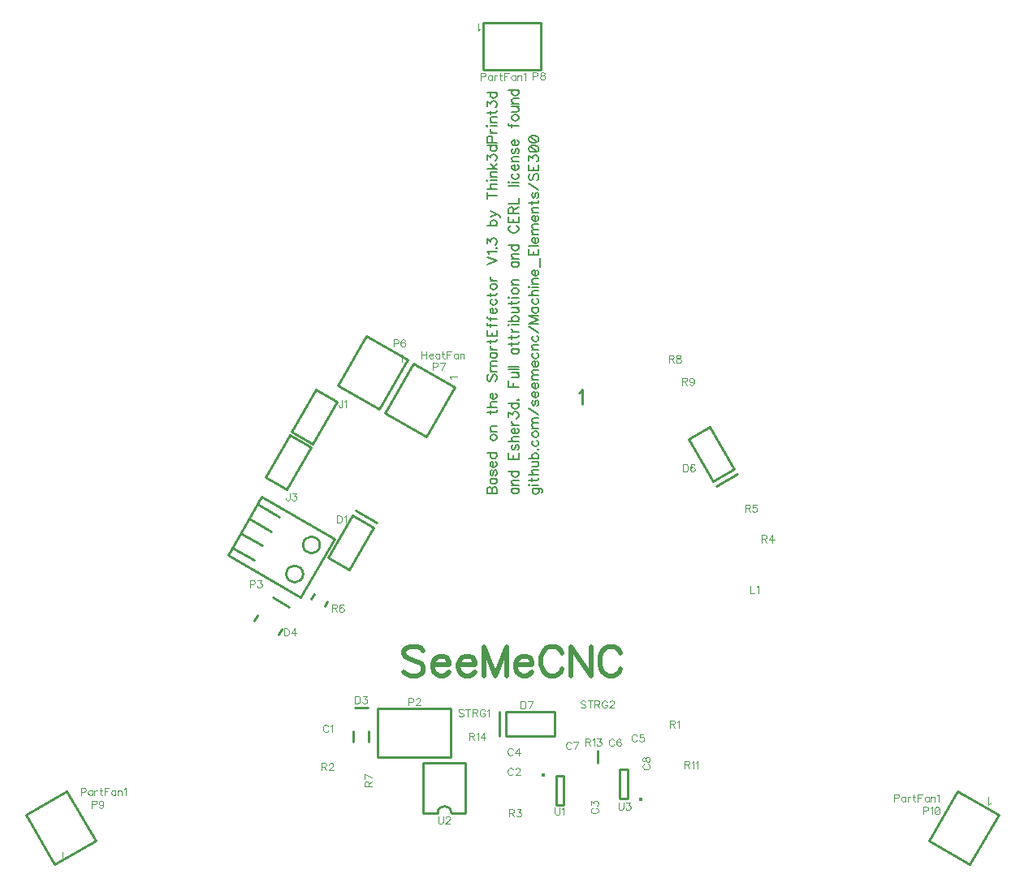
<source format=gbr>
G04 DipTrace 3.0.0.2*
G04 TopSilk.gbr*
%MOIN*%
G04 #@! TF.FileFunction,Legend,Top*
G04 #@! TF.Part,Single*
%ADD10C,0.01*%
%ADD32C,0.015395*%
%ADD89C,0.004632*%
%ADD91C,0.006176*%
%ADD93C,0.018527*%
%ADD94C,0.009264*%
%FSLAX26Y26*%
G04*
G70*
G90*
G75*
G01*
G04 TopSilk*
%LPD*%
X3356091Y1390001D2*
D10*
Y1441143D1*
X2437247Y2355317D2*
X2337258Y2182106D1*
X2250648Y2232106D1*
X2350657Y2405317D1*
X2437247Y2355317D1*
X2449751Y2376962D2*
X2363141Y2426962D1*
X2089318Y2029123D2*
X2021138Y2068486D1*
X2060128Y1939160D2*
X2046340Y1915272D1*
X1957831Y1998215D2*
X1944042Y1974327D1*
X3828934Y2548321D2*
X3728925Y2721532D1*
X3815535Y2771531D1*
X3915524Y2598321D1*
X3828934Y2548321D1*
X3841418Y2526676D2*
X3928028Y2576675D1*
X2977642Y1599516D2*
X3177644D1*
Y1499516D1*
X2977642D1*
Y1599516D1*
X2952644D2*
Y1499516D1*
X2097972Y2749713D2*
X2197985Y2922920D1*
X2284594Y2872934D1*
X2184581Y2699700D1*
X2097972Y2749713D1*
X1991634Y2562268D2*
X2091648Y2735499D1*
X2178257Y2685491D1*
X2078244Y2512260D1*
X1991634Y2562268D1*
X2645399Y1611823D2*
X2453699D1*
X2753699D2*
X2453699D1*
X2753699Y1411823D2*
X2453699D1*
X2753699Y1611823D2*
Y1411823D1*
X2453699Y1611823D2*
Y1411823D1*
X1838461Y2243906D2*
X1976364Y2482736D1*
X2275140Y2310215D1*
X2137237Y2071385D1*
X1838461Y2243906D1*
X2077499Y2165646D2*
G02X2077499Y2165646I34498J0D01*
G01*
X2146494Y2285143D2*
G02X2146494Y2285143I34498J0D01*
G01*
X1855710Y2273770D2*
X1945360Y2222022D1*
X1890208Y2333539D2*
X1979858Y2281791D1*
X1924705Y2393267D2*
X2014355Y2341519D1*
X1959203Y2453036D2*
X2048853Y2401288D1*
X2287662Y2940222D2*
X2405265Y3143919D1*
X2574989Y3045932D1*
X2457386Y2842236D1*
X2287662Y2940222D1*
X2481411Y2827722D2*
X2599022Y3031419D1*
X2768728Y2933432D1*
X2651149Y2729736D1*
X2481411Y2827722D1*
X3121744Y4235177D2*
X2886539D1*
Y4431158D1*
X3121744D1*
Y4235177D1*
X1177193Y1274058D2*
X1294796Y1070362D1*
X1125072Y972375D1*
X1007469Y1176072D1*
X1177193Y1274058D1*
X4714236Y1069825D2*
X4831838Y1273522D1*
X5001562Y1175535D1*
X4883959Y971838D1*
X4714236Y1069825D1*
X2192366Y2083774D2*
X2180587Y2063374D1*
X2246854Y2052321D2*
X2235075Y2031921D1*
D32*
X3130825Y1341237D3*
X3184890Y1335974D2*
D10*
Y1217866D1*
X3216381Y1335974D2*
Y1217866D1*
X3184890D2*
X3216381D1*
X3184890Y1335974D2*
X3216381D1*
D32*
X3532771Y1238759D3*
X3478706Y1244022D2*
D10*
Y1362130D1*
X3447215Y1244022D2*
Y1362130D1*
X3478706D2*
X3447215D1*
X3478706Y1244022D2*
X3447215D1*
X2412509Y1616596D2*
X2357391D1*
X2416443Y1521128D2*
Y1477824D1*
X2353457Y1521128D2*
Y1477824D1*
X2813378Y1184461D2*
Y1389182D1*
X2640181Y1184461D2*
Y1389182D1*
X2813378D2*
X2640181D1*
X2813378Y1184461D2*
X2754350D1*
X2699209D2*
X2640181D1*
X2754350D2*
G03X2699209Y1184461I-27571J-15D01*
G01*
X3008245Y1362028D2*
D89*
X3006819Y1364880D1*
X3003934Y1367765D1*
X3001082Y1369191D1*
X2995345D1*
X2992460Y1367765D1*
X2989608Y1364880D1*
X2988149Y1362028D1*
X2986723Y1357717D1*
Y1350521D1*
X2988149Y1346243D1*
X2989608Y1343358D1*
X2992460Y1340506D1*
X2995345Y1339047D1*
X3001082D1*
X3003934Y1340506D1*
X3006819Y1343358D1*
X3008245Y1346243D1*
X3018968Y1361995D2*
Y1363421D1*
X3020394Y1366306D1*
X3021820Y1367732D1*
X3024705Y1369158D1*
X3030442D1*
X3033294Y1367732D1*
X3034720Y1366306D1*
X3036179Y1363421D1*
Y1360569D1*
X3034720Y1357684D1*
X3031868Y1353406D1*
X3017509Y1339047D1*
X3037605D1*
X3334544Y1203946D2*
X3331692Y1202520D1*
X3328807Y1199635D1*
X3327381Y1196783D1*
Y1191046D1*
X3328807Y1188161D1*
X3331692Y1185309D1*
X3334544Y1183850D1*
X3338855Y1182424D1*
X3346051D1*
X3350329Y1183850D1*
X3353214Y1185309D1*
X3356066Y1188161D1*
X3357525Y1191046D1*
Y1196783D1*
X3356066Y1199635D1*
X3353214Y1202520D1*
X3350329Y1203946D1*
X3327414Y1216095D2*
Y1231847D1*
X3338888Y1223258D1*
Y1227569D1*
X3340314Y1230421D1*
X3341740Y1231846D1*
X3346051Y1233306D1*
X3348903D1*
X3353214Y1231846D1*
X3356099Y1228995D1*
X3357525Y1224684D1*
Y1220373D1*
X3356099Y1216095D1*
X3354640Y1214669D1*
X3351788Y1213210D1*
X3007532Y1443279D2*
X3006106Y1446131D1*
X3003221Y1449016D1*
X3000369Y1450442D1*
X2994632D1*
X2991747Y1449016D1*
X2988895Y1446131D1*
X2987436Y1443279D1*
X2986010Y1438968D1*
Y1431772D1*
X2987436Y1427494D1*
X2988895Y1424609D1*
X2991747Y1421757D1*
X2994632Y1420298D1*
X3000369D1*
X3003221Y1421757D1*
X3006106Y1424609D1*
X3007532Y1427494D1*
X3031155Y1420298D2*
Y1450409D1*
X3016796Y1430346D1*
X3038318D1*
X3517218Y1500392D2*
X3515792Y1503244D1*
X3512907Y1506129D1*
X3510055Y1507555D1*
X3504318D1*
X3501433Y1506129D1*
X3498581Y1503244D1*
X3497122Y1500392D1*
X3495696Y1496081D1*
Y1488885D1*
X3497122Y1484607D1*
X3498581Y1481722D1*
X3501433Y1478870D1*
X3504318Y1477411D1*
X3510055D1*
X3512907Y1478870D1*
X3515792Y1481722D1*
X3517218Y1484607D1*
X3543692Y1507521D2*
X3529366D1*
X3527940Y1494622D1*
X3529366Y1496047D1*
X3533677Y1497507D1*
X3537955D1*
X3542266Y1496047D1*
X3545151Y1493196D1*
X3546577Y1488885D1*
Y1486033D1*
X3545151Y1481722D1*
X3542266Y1478837D1*
X3537955Y1477411D1*
X3533677D1*
X3529366Y1478837D1*
X3527940Y1480296D1*
X3526481Y1483148D1*
X3423778Y1481871D2*
X3422352Y1484723D1*
X3419467Y1487608D1*
X3416615Y1489034D1*
X3410878D1*
X3407993Y1487608D1*
X3405141Y1484723D1*
X3403682Y1481871D1*
X3402256Y1477560D1*
Y1470364D1*
X3403682Y1466086D1*
X3405141Y1463201D1*
X3407993Y1460349D1*
X3410878Y1458890D1*
X3416615D1*
X3419467Y1460349D1*
X3422352Y1463201D1*
X3423778Y1466086D1*
X3450252Y1484723D2*
X3448826Y1487574D1*
X3444515Y1489000D1*
X3441664D1*
X3437353Y1487574D1*
X3434467Y1483263D1*
X3433042Y1476101D1*
Y1468938D1*
X3434467Y1463201D1*
X3437353Y1460316D1*
X3441664Y1458890D1*
X3443090D1*
X3447367Y1460316D1*
X3450252Y1463201D1*
X3451678Y1467512D1*
Y1468938D1*
X3450252Y1473249D1*
X3447367Y1476101D1*
X3443090Y1477526D1*
X3441664D1*
X3437353Y1476101D1*
X3434467Y1473249D1*
X3433042Y1468938D1*
X3247567Y1469322D2*
X3246141Y1472174D1*
X3243256Y1475059D1*
X3240404Y1476485D1*
X3234667D1*
X3231782Y1475059D1*
X3228930Y1472174D1*
X3227471Y1469322D1*
X3226045Y1465011D1*
Y1457815D1*
X3227471Y1453537D1*
X3228930Y1450652D1*
X3231782Y1447800D1*
X3234667Y1446341D1*
X3240404D1*
X3243256Y1447800D1*
X3246141Y1450652D1*
X3247567Y1453537D1*
X3262567Y1446341D2*
X3276926Y1476452D1*
X3256830D1*
X3547244Y1385135D2*
X3544392Y1383709D1*
X3541507Y1380824D1*
X3540081Y1377972D1*
Y1372235D1*
X3541507Y1369350D1*
X3544392Y1366498D1*
X3547244Y1365039D1*
X3551555Y1363613D1*
X3558751D1*
X3563029Y1365039D1*
X3565914Y1366498D1*
X3568766Y1369350D1*
X3570225Y1372235D1*
Y1377972D1*
X3568766Y1380824D1*
X3565914Y1383709D1*
X3563029Y1385135D1*
X3540114Y1401561D2*
X3541540Y1397283D1*
X3544392Y1395824D1*
X3547277D1*
X3550129Y1397283D1*
X3551588Y1400135D1*
X3553014Y1405872D1*
X3554440Y1410183D1*
X3557325Y1413035D1*
X3560177Y1414461D1*
X3564488D1*
X3567340Y1413035D1*
X3568799Y1411609D1*
X3570225Y1407298D1*
Y1401561D1*
X3568799Y1397283D1*
X3567340Y1395824D1*
X3564488Y1394398D1*
X3560177D1*
X3557325Y1395824D1*
X3554440Y1398709D1*
X3553014Y1402987D1*
X3551588Y1408724D1*
X3550129Y1411609D1*
X3547277Y1413035D1*
X3544392D1*
X3541540Y1411609D1*
X3540114Y1407298D1*
Y1401561D1*
X2285710Y2406200D2*
Y2376056D1*
X2295758D1*
X2300069Y2377515D1*
X2302954Y2380367D1*
X2304380Y2383252D1*
X2305806Y2387530D1*
Y2394726D1*
X2304380Y2399037D1*
X2302954Y2401889D1*
X2300069Y2404774D1*
X2295758Y2406200D1*
X2285710D1*
X2315070Y2400430D2*
X2317955Y2401889D1*
X2322266Y2406167D1*
Y2376056D1*
X2069067Y1942097D2*
Y1911953D1*
X2079115D1*
X2083426Y1913412D1*
X2086311Y1916264D1*
X2087737Y1919149D1*
X2089163Y1923427D1*
Y1930623D1*
X2087737Y1934934D1*
X2086311Y1937786D1*
X2083426Y1940671D1*
X2079115Y1942097D1*
X2069067D1*
X2112786Y1911953D2*
Y1942064D1*
X2098427Y1922001D1*
X2119949D1*
X3706709Y2616872D2*
Y2586728D1*
X3716757D1*
X3721068Y2588187D1*
X3723953Y2591039D1*
X3725379Y2593924D1*
X3726805Y2598202D1*
Y2605398D1*
X3725379Y2609709D1*
X3723953Y2612561D1*
X3721068Y2615446D1*
X3716757Y2616872D1*
X3706709D1*
X3753280Y2612561D2*
X3751854Y2615413D1*
X3747543Y2616839D1*
X3744691D1*
X3740380Y2615413D1*
X3737495Y2611102D1*
X3736069Y2603939D1*
Y2596776D1*
X3737495Y2591039D1*
X3740380Y2588154D1*
X3744691Y2586728D1*
X3746117D1*
X3750395Y2588154D1*
X3753280Y2591039D1*
X3754706Y2595350D1*
Y2596776D1*
X3753280Y2601087D1*
X3750395Y2603939D1*
X3746117Y2605365D1*
X3744691D1*
X3740380Y2603939D1*
X3737495Y2601087D1*
X3736069Y2596776D1*
X3040417Y1643450D2*
Y1613306D1*
X3050465D1*
X3054776Y1614765D1*
X3057661Y1617617D1*
X3059087Y1620502D1*
X3060513Y1624780D1*
Y1631976D1*
X3059087Y1636287D1*
X3057661Y1639139D1*
X3054776Y1642024D1*
X3050465Y1643450D1*
X3040417D1*
X3075513Y1613306D2*
X3089872Y1643416D1*
X3069776D1*
X2306959Y2880066D2*
Y2857118D1*
X2305533Y2852807D1*
X2304074Y2851381D1*
X2301222Y2849922D1*
X2298337D1*
X2295485Y2851381D1*
X2294059Y2852807D1*
X2292600Y2857118D1*
Y2859970D1*
X2316222Y2874296D2*
X2319107Y2875755D1*
X2323419Y2880033D1*
Y2849922D1*
X2090716Y2497620D2*
Y2474672D1*
X2089290Y2470361D1*
X2087831Y2468935D1*
X2084979Y2467476D1*
X2082094D1*
X2079242Y2468935D1*
X2077816Y2470361D1*
X2076357Y2474672D1*
Y2477524D1*
X2102865Y2497587D2*
X2118617D1*
X2110028Y2486113D1*
X2114339D1*
X2117191Y2484687D1*
X2118617Y2483261D1*
X2120076Y2478950D1*
Y2476098D1*
X2118617Y2471787D1*
X2115765Y2468902D1*
X2111454Y2467476D1*
X2107143D1*
X2102865Y2468902D1*
X2101439Y2470361D1*
X2099980Y2473213D1*
X2578972Y1639972D2*
X2591905D1*
X2596183Y1641398D1*
X2597642Y1642857D1*
X2599068Y1645709D1*
Y1650020D1*
X2597642Y1652872D1*
X2596183Y1654331D1*
X2591905Y1655757D1*
X2578972D1*
Y1625613D1*
X2609790Y1648561D2*
Y1649987D1*
X2611216Y1652872D1*
X2612642Y1654298D1*
X2615527Y1655724D1*
X2621264D1*
X2624116Y1654298D1*
X2625542Y1652872D1*
X2627001Y1649987D1*
Y1647135D1*
X2625542Y1644250D1*
X2622690Y1639972D1*
X2608331Y1625613D1*
X2628427D1*
X1928028Y2124290D2*
X1940961D1*
X1945239Y2125716D1*
X1946698Y2127175D1*
X1948124Y2130027D1*
Y2134338D1*
X1946698Y2137190D1*
X1945239Y2138649D1*
X1940961Y2140075D1*
X1928028D1*
Y2109931D1*
X1960273Y2140042D2*
X1976025D1*
X1967436Y2128568D1*
X1971747D1*
X1974599Y2127142D1*
X1976025Y2125716D1*
X1977484Y2121405D1*
Y2118553D1*
X1976025Y2114242D1*
X1973173Y2111357D1*
X1968862Y2109931D1*
X1964551D1*
X1960273Y2111357D1*
X1958847Y2112816D1*
X1957388Y2115668D1*
X2517894Y3112803D2*
X2530827D1*
X2535105Y3114229D1*
X2536564Y3115688D1*
X2537990Y3118540D1*
Y3122851D1*
X2536564Y3125703D1*
X2535105Y3127162D1*
X2530827Y3128588D1*
X2517894D1*
Y3098444D1*
X2564465Y3124277D2*
X2563039Y3127129D1*
X2558728Y3128555D1*
X2555876D1*
X2551565Y3127129D1*
X2548680Y3122818D1*
X2547254Y3115655D1*
Y3108492D1*
X2548680Y3102755D1*
X2551565Y3099870D1*
X2555876Y3098444D1*
X2557302D1*
X2561580Y3099870D1*
X2564465Y3102755D1*
X2565891Y3107066D1*
Y3108492D1*
X2564465Y3112803D1*
X2561580Y3115655D1*
X2557302Y3117081D1*
X2555876D1*
X2551565Y3115655D1*
X2548680Y3112803D1*
X2547254Y3108492D1*
X2678969Y3018266D2*
X2691902D1*
X2696180Y3019692D1*
X2697639Y3021151D1*
X2699065Y3024003D1*
Y3028314D1*
X2697639Y3031166D1*
X2696180Y3032625D1*
X2691902Y3034051D1*
X2678969D1*
Y3003907D1*
X2714066D2*
X2728425Y3034018D1*
X2708329D1*
X2633820Y3081133D2*
Y3050989D1*
X2653916Y3081133D2*
Y3050989D1*
X2633820Y3066774D2*
X2653916D1*
X2663180Y3062462D2*
X2680391D1*
Y3065348D1*
X2678965Y3068233D1*
X2677539Y3069659D1*
X2674654Y3071085D1*
X2670343D1*
X2667491Y3069659D1*
X2664606Y3066774D1*
X2663180Y3062462D1*
Y3059611D1*
X2664606Y3055300D1*
X2667491Y3052448D1*
X2670343Y3050989D1*
X2674654D1*
X2677539Y3052448D1*
X2680391Y3055300D1*
X2706865Y3071085D2*
Y3050989D1*
Y3066774D2*
X2704013Y3069659D1*
X2701128Y3071085D1*
X2696850D1*
X2693965Y3069659D1*
X2691113Y3066774D1*
X2689654Y3062462D1*
Y3059611D1*
X2691113Y3055300D1*
X2693965Y3052448D1*
X2696850Y3050989D1*
X2701128D1*
X2704013Y3052448D1*
X2706865Y3055300D1*
X2720440Y3081133D2*
Y3056726D1*
X2721866Y3052448D1*
X2724751Y3050989D1*
X2727603D1*
X2716129Y3071085D2*
X2726177D1*
X2755536Y3081133D2*
X2736866D1*
Y3050989D1*
Y3066774D2*
X2748340D1*
X2782011Y3071085D2*
Y3050989D1*
Y3066774D2*
X2779159Y3069659D1*
X2776274Y3071085D1*
X2771996D1*
X2769111Y3069659D1*
X2766259Y3066774D1*
X2764800Y3062462D1*
Y3059611D1*
X2766259Y3055300D1*
X2769111Y3052448D1*
X2771996Y3050989D1*
X2776274D1*
X2779159Y3052448D1*
X2782011Y3055300D1*
X2791274Y3071085D2*
Y3050989D1*
Y3065348D2*
X2795585Y3069659D1*
X2798470Y3071085D1*
X2802748D1*
X2805633Y3069659D1*
X2807059Y3065348D1*
Y3050989D1*
X3090007Y4210545D2*
X3102940D1*
X3107218Y4211971D1*
X3108677Y4213430D1*
X3110103Y4216282D1*
Y4220593D1*
X3108677Y4223445D1*
X3107218Y4224904D1*
X3102940Y4226330D1*
X3090007D1*
Y4196186D1*
X3126529Y4226297D2*
X3122251Y4224871D1*
X3120792Y4222019D1*
Y4219134D1*
X3122251Y4216282D1*
X3125103Y4214823D1*
X3130840Y4213397D1*
X3135151Y4211971D1*
X3138003Y4209086D1*
X3139429Y4206234D1*
Y4201923D1*
X3138003Y4199071D1*
X3136577Y4197612D1*
X3132266Y4196186D1*
X3126529D1*
X3122251Y4197612D1*
X3120792Y4199071D1*
X3119366Y4201923D1*
Y4206234D1*
X3120792Y4209086D1*
X3123677Y4211971D1*
X3127955Y4213397D1*
X3133692Y4214823D1*
X3136577Y4216282D1*
X3138003Y4219134D1*
Y4222019D1*
X3136577Y4224871D1*
X3132266Y4226297D1*
X3126529D1*
X2874971Y4209217D2*
X2887904D1*
X2892182Y4210643D1*
X2893641Y4212102D1*
X2895067Y4214954D1*
Y4219265D1*
X2893641Y4222117D1*
X2892182Y4223576D1*
X2887904Y4225002D1*
X2874971D1*
Y4194858D1*
X2921542Y4214954D2*
Y4194858D1*
Y4210643D2*
X2918690Y4213528D1*
X2915805Y4214954D1*
X2911527D1*
X2908642Y4213528D1*
X2905790Y4210643D1*
X2904331Y4206332D1*
Y4203480D1*
X2905790Y4199169D1*
X2908642Y4196317D1*
X2911527Y4194858D1*
X2915805D1*
X2918690Y4196317D1*
X2921542Y4199169D1*
X2930805Y4214954D2*
Y4194858D1*
Y4206332D2*
X2932264Y4210643D1*
X2935116Y4213528D1*
X2938001Y4214954D1*
X2942312D1*
X2955887Y4225002D2*
Y4200595D1*
X2957313Y4196317D1*
X2960198Y4194858D1*
X2963050D1*
X2951576Y4214954D2*
X2961624D1*
X2990983Y4225002D2*
X2972313D1*
Y4194858D1*
Y4210643D2*
X2983787D1*
X3017458Y4214954D2*
Y4194858D1*
Y4210643D2*
X3014606Y4213528D1*
X3011721Y4214954D1*
X3007443D1*
X3004558Y4213528D1*
X3001706Y4210643D1*
X3000247Y4206332D1*
Y4203480D1*
X3001706Y4199169D1*
X3004558Y4196317D1*
X3007443Y4194858D1*
X3011721D1*
X3014606Y4196317D1*
X3017458Y4199169D1*
X3026721Y4214954D2*
Y4194858D1*
Y4209217D2*
X3031032Y4213528D1*
X3033917Y4214954D1*
X3038195D1*
X3041080Y4213528D1*
X3042506Y4209217D1*
Y4194858D1*
X3051770Y4219232D2*
X3054655Y4220691D1*
X3058966Y4224969D1*
Y4194858D1*
X1279118Y1219207D2*
X1292051D1*
X1296329Y1220633D1*
X1297788Y1222092D1*
X1299214Y1224944D1*
Y1229255D1*
X1297788Y1232107D1*
X1296329Y1233566D1*
X1292051Y1234992D1*
X1279118D1*
Y1204848D1*
X1327147Y1224944D2*
X1325688Y1220633D1*
X1322836Y1217748D1*
X1318525Y1216322D1*
X1317099D1*
X1312788Y1217748D1*
X1309936Y1220633D1*
X1308477Y1224944D1*
Y1226370D1*
X1309936Y1230681D1*
X1312788Y1233533D1*
X1317099Y1234959D1*
X1318525D1*
X1322836Y1233533D1*
X1325688Y1230681D1*
X1327147Y1224944D1*
Y1217748D1*
X1325688Y1210585D1*
X1322836Y1206274D1*
X1318525Y1204848D1*
X1315673D1*
X1311362Y1206274D1*
X1309936Y1209159D1*
X1234135Y1271414D2*
X1247068D1*
X1251346Y1272840D1*
X1252805Y1274300D1*
X1254231Y1277151D1*
Y1281462D1*
X1252805Y1284314D1*
X1251346Y1285774D1*
X1247068Y1287199D1*
X1234135D1*
Y1257055D1*
X1280706Y1277151D2*
Y1257055D1*
Y1272840D2*
X1277854Y1275726D1*
X1274969Y1277151D1*
X1270691D1*
X1267806Y1275726D1*
X1264954Y1272840D1*
X1263495Y1268529D1*
Y1265678D1*
X1264954Y1261366D1*
X1267806Y1258515D1*
X1270691Y1257055D1*
X1274969D1*
X1277854Y1258515D1*
X1280706Y1261366D1*
X1289969Y1277151D2*
Y1257055D1*
Y1268529D2*
X1291428Y1272840D1*
X1294280Y1275726D1*
X1297165Y1277151D1*
X1301476D1*
X1315051Y1287199D2*
Y1262792D1*
X1316477Y1258515D1*
X1319362Y1257055D1*
X1322214D1*
X1310740Y1277151D2*
X1320788D1*
X1350147Y1287199D2*
X1331477D1*
Y1257055D1*
Y1272840D2*
X1342951D1*
X1376622Y1277151D2*
Y1257055D1*
Y1272840D2*
X1373770Y1275726D1*
X1370885Y1277151D1*
X1366607D1*
X1363722Y1275726D1*
X1360870Y1272840D1*
X1359411Y1268529D1*
Y1265678D1*
X1360870Y1261366D1*
X1363722Y1258515D1*
X1366607Y1257055D1*
X1370885D1*
X1373770Y1258515D1*
X1376622Y1261366D1*
X1385885Y1277151D2*
Y1257055D1*
Y1271414D2*
X1390196Y1275726D1*
X1393081Y1277151D1*
X1397359D1*
X1400244Y1275726D1*
X1401670Y1271414D1*
Y1257055D1*
X1410934Y1281429D2*
X1413819Y1282888D1*
X1418130Y1287166D1*
Y1257055D1*
X4692941Y1193671D2*
X4705874D1*
X4710152Y1195096D1*
X4711611Y1196556D1*
X4713037Y1199407D1*
Y1203719D1*
X4711611Y1206570D1*
X4710152Y1208030D1*
X4705874Y1209455D1*
X4692941D1*
Y1179311D1*
X4722301Y1203685D2*
X4725186Y1205144D1*
X4729497Y1209422D1*
Y1179311D1*
X4747383Y1209422D2*
X4743072Y1207996D1*
X4740186Y1203685D1*
X4738761Y1196522D1*
Y1192211D1*
X4740186Y1185048D1*
X4743072Y1180737D1*
X4747383Y1179311D1*
X4750234D1*
X4754546Y1180737D1*
X4757397Y1185048D1*
X4758857Y1192211D1*
Y1196522D1*
X4757397Y1203685D1*
X4754546Y1207996D1*
X4750234Y1209422D1*
X4747383D1*
X4757397Y1203685D2*
X4740186Y1185048D1*
X4572151Y1245878D2*
X4585084D1*
X4589362Y1247304D1*
X4590821Y1248763D1*
X4592247Y1251615D1*
Y1255926D1*
X4590821Y1258778D1*
X4589362Y1260237D1*
X4585084Y1261663D1*
X4572151D1*
Y1231519D1*
X4618721Y1251615D2*
Y1231519D1*
Y1247304D2*
X4615869Y1250189D1*
X4612984Y1251615D1*
X4608706D1*
X4605821Y1250189D1*
X4602970Y1247304D1*
X4601510Y1242993D1*
Y1240141D1*
X4602970Y1235830D1*
X4605821Y1232978D1*
X4608706Y1231519D1*
X4612984D1*
X4615869Y1232978D1*
X4618721Y1235830D1*
X4627985Y1251615D2*
Y1231519D1*
Y1242993D2*
X4629444Y1247304D1*
X4632296Y1250189D1*
X4635181Y1251615D1*
X4639492D1*
X4653067Y1261663D2*
Y1237256D1*
X4654493Y1232978D1*
X4657378Y1231519D1*
X4660229D1*
X4648756Y1251615D2*
X4658804D1*
X4688163Y1261663D2*
X4669493D1*
Y1231519D1*
Y1247304D2*
X4680967D1*
X4714638Y1251615D2*
Y1231519D1*
Y1247304D2*
X4711786Y1250189D1*
X4708901Y1251615D1*
X4704623D1*
X4701738Y1250189D1*
X4698886Y1247304D1*
X4697427Y1242993D1*
Y1240141D1*
X4698886Y1235830D1*
X4701738Y1232978D1*
X4704623Y1231519D1*
X4708901D1*
X4711786Y1232978D1*
X4714638Y1235830D1*
X4723901Y1251615D2*
Y1231519D1*
Y1245878D2*
X4728212Y1250189D1*
X4731097Y1251615D1*
X4735375D1*
X4738260Y1250189D1*
X4739686Y1245878D1*
Y1231519D1*
X4748950Y1255893D2*
X4751835Y1257352D1*
X4756146Y1261630D1*
Y1231519D1*
X3652779Y1549421D2*
X3665679D1*
X3669990Y1550880D1*
X3671449Y1552306D1*
X3672875Y1555158D1*
Y1558043D1*
X3671449Y1560895D1*
X3669990Y1562354D1*
X3665679Y1563780D1*
X3652779D1*
Y1533636D1*
X3662827Y1549421D2*
X3672875Y1533636D1*
X3682138Y1558010D2*
X3685023Y1559469D1*
X3689334Y1563747D1*
Y1533636D1*
X2992439Y1184794D2*
X3005339D1*
X3009650Y1186253D1*
X3011109Y1187679D1*
X3012535Y1190531D1*
Y1193416D1*
X3011109Y1196268D1*
X3009650Y1197727D1*
X3005339Y1199153D1*
X2992439D1*
Y1169009D1*
X3002487Y1184794D2*
X3012535Y1169009D1*
X3024684Y1199120D2*
X3040435D1*
X3031846Y1187646D1*
X3036157D1*
X3039009Y1186220D1*
X3040435Y1184794D1*
X3041894Y1180483D1*
Y1177631D1*
X3040435Y1173320D1*
X3037583Y1170435D1*
X3033272Y1169009D1*
X3028961D1*
X3024684Y1170435D1*
X3023258Y1171894D1*
X3021798Y1174746D1*
X2266301Y2025670D2*
X2279201D1*
X2283512Y2027129D1*
X2284971Y2028555D1*
X2286397Y2031407D1*
Y2034292D1*
X2284971Y2037144D1*
X2283512Y2038603D1*
X2279201Y2040029D1*
X2266301D1*
Y2009885D1*
X2276349Y2025670D2*
X2286397Y2009885D1*
X2312871Y2035718D2*
X2311446Y2038570D1*
X2307134Y2039996D1*
X2304283D1*
X2299972Y2038570D1*
X2297086Y2034259D1*
X2295661Y2027096D1*
Y2019933D1*
X2297086Y2014196D1*
X2299972Y2011311D1*
X2304283Y2009885D1*
X2305709D1*
X2309986Y2011311D1*
X2312871Y2014196D1*
X2314297Y2018507D1*
Y2019933D1*
X2312871Y2024244D1*
X2309986Y2027096D1*
X2305709Y2028522D1*
X2304283D1*
X2299972Y2027096D1*
X2297086Y2024244D1*
X2295661Y2019933D1*
X2414192Y1293792D2*
Y1306692D1*
X2412733Y1311003D1*
X2411307Y1312462D1*
X2408455Y1313888D1*
X2405570D1*
X2402718Y1312462D1*
X2401259Y1311003D1*
X2399833Y1306692D1*
Y1293792D1*
X2429977D1*
X2414192Y1303840D2*
X2429977Y1313888D1*
Y1328888D2*
X2399866Y1343248D1*
Y1323152D1*
X3648039Y3049415D2*
X3660939D1*
X3665250Y3050874D1*
X3666710Y3052300D1*
X3668135Y3055152D1*
Y3058037D1*
X3666710Y3060889D1*
X3665250Y3062348D1*
X3660939Y3063774D1*
X3648039D1*
Y3033630D1*
X3658087Y3049415D2*
X3668135Y3033630D1*
X3684562Y3063741D2*
X3680284Y3062315D1*
X3678825Y3059463D1*
Y3056578D1*
X3680284Y3053726D1*
X3683136Y3052267D1*
X3688873Y3050841D1*
X3693184Y3049415D1*
X3696036Y3046530D1*
X3697462Y3043678D1*
Y3039367D1*
X3696036Y3036515D1*
X3694610Y3035056D1*
X3690299Y3033630D1*
X3684562D1*
X3680284Y3035056D1*
X3678825Y3036515D1*
X3677399Y3039367D1*
Y3043678D1*
X3678825Y3046530D1*
X3681710Y3049415D1*
X3685988Y3050841D1*
X3691725Y3052267D1*
X3694610Y3053726D1*
X3696036Y3056578D1*
Y3059463D1*
X3694610Y3062315D1*
X3690299Y3063741D1*
X3684562D1*
X3702935Y2957300D2*
X3715835D1*
X3720146Y2958759D1*
X3721605Y2960185D1*
X3723031Y2963037D1*
Y2965922D1*
X3721605Y2968774D1*
X3720146Y2970233D1*
X3715835Y2971659D1*
X3702935D1*
Y2941515D1*
X3712983Y2957300D2*
X3723031Y2941515D1*
X3750965Y2961611D2*
X3749506Y2957300D1*
X3746654Y2954415D1*
X3742343Y2952989D1*
X3740917D1*
X3736606Y2954415D1*
X3733754Y2957300D1*
X3732295Y2961611D1*
Y2963037D1*
X3733754Y2967348D1*
X3736606Y2970200D1*
X3740917Y2971626D1*
X3742343D1*
X3746654Y2970200D1*
X3749506Y2967348D1*
X3750965Y2961611D1*
Y2954415D1*
X3749506Y2947252D1*
X3746654Y2942941D1*
X3742343Y2941515D1*
X3739491D1*
X3735180Y2942941D1*
X3733754Y2945826D1*
X3712477Y1382499D2*
X3725377D1*
X3729688Y1383958D1*
X3731147Y1385384D1*
X3732573Y1388236D1*
Y1391121D1*
X3731147Y1393973D1*
X3729688Y1395432D1*
X3725377Y1396858D1*
X3712477D1*
Y1366714D1*
X3722525Y1382499D2*
X3732573Y1366714D1*
X3741836Y1391088D2*
X3744721Y1392547D1*
X3749032Y1396825D1*
Y1366714D1*
X3758296Y1391088D2*
X3761181Y1392547D1*
X3765492Y1396825D1*
Y1366714D1*
X3305087Y1475419D2*
X3317987D1*
X3322298Y1476878D1*
X3323757Y1478304D1*
X3325183Y1481156D1*
Y1484041D1*
X3323757Y1486893D1*
X3322298Y1488352D1*
X3317987Y1489778D1*
X3305087D1*
Y1459634D1*
X3315135Y1475419D2*
X3325183Y1459634D1*
X3334447Y1484008D2*
X3337332Y1485467D1*
X3341643Y1489745D1*
Y1459634D1*
X3353791Y1489745D2*
X3369543D1*
X3360954Y1478271D1*
X3365265D1*
X3368117Y1476845D1*
X3369543Y1475419D1*
X3371002Y1471108D1*
Y1468256D1*
X3369543Y1463945D1*
X3366691Y1461060D1*
X3362380Y1459634D1*
X3358069D1*
X3353791Y1461060D1*
X3352365Y1462519D1*
X3350906Y1465371D1*
X2828493Y1498581D2*
X2841393D1*
X2845704Y1500040D1*
X2847164Y1501466D1*
X2848589Y1504318D1*
Y1507203D1*
X2847164Y1510055D1*
X2845704Y1511514D1*
X2841393Y1512940D1*
X2828493D1*
Y1482796D1*
X2838541Y1498581D2*
X2848589Y1482796D1*
X2857853Y1507170D2*
X2860738Y1508629D1*
X2865049Y1512907D1*
Y1482796D1*
X2888672D2*
Y1512907D1*
X2874313Y1492844D1*
X2895835D1*
X2804313Y1606356D2*
X2801461Y1609241D1*
X2797150Y1610667D1*
X2791413D1*
X2787102Y1609241D1*
X2784217Y1606356D1*
Y1603505D1*
X2785676Y1600619D1*
X2787102Y1599193D1*
X2789954Y1597768D1*
X2798576Y1594882D1*
X2801461Y1593457D1*
X2802887Y1591997D1*
X2804313Y1589145D1*
Y1584834D1*
X2801461Y1581983D1*
X2797150Y1580523D1*
X2791413D1*
X2787102Y1581983D1*
X2784217Y1584834D1*
X2823624Y1610667D2*
Y1580523D1*
X2813576Y1610667D2*
X2833672D1*
X2842936Y1596308D2*
X2855836D1*
X2860147Y1597768D1*
X2861606Y1599193D1*
X2863032Y1602045D1*
Y1604930D1*
X2861606Y1607782D1*
X2860147Y1609241D1*
X2855836Y1610667D1*
X2842936D1*
Y1580523D1*
X2852984Y1596308D2*
X2863032Y1580523D1*
X2893817Y1603505D2*
X2892391Y1606356D1*
X2889506Y1609241D1*
X2886654Y1610667D1*
X2880917D1*
X2878032Y1609241D1*
X2875180Y1606356D1*
X2873721Y1603505D1*
X2872295Y1599193D1*
Y1591997D1*
X2873721Y1587720D1*
X2875180Y1584834D1*
X2878032Y1581983D1*
X2880917Y1580523D1*
X2886654D1*
X2889506Y1581983D1*
X2892391Y1584834D1*
X2893817Y1587720D1*
Y1591997D1*
X2886654D1*
X2903081Y1604897D2*
X2905966Y1606356D1*
X2910277Y1610634D1*
Y1580523D1*
X3304851Y1641380D2*
X3301999Y1644265D1*
X3297688Y1645691D1*
X3291951D1*
X3287640Y1644265D1*
X3284755Y1641380D1*
Y1638528D1*
X3286214Y1635643D1*
X3287640Y1634217D1*
X3290492Y1632791D1*
X3299114Y1629906D1*
X3301999Y1628480D1*
X3303425Y1627021D1*
X3304851Y1624169D1*
Y1619858D1*
X3301999Y1617006D1*
X3297688Y1615547D1*
X3291951D1*
X3287640Y1617006D1*
X3284755Y1619858D1*
X3324162Y1645691D2*
Y1615547D1*
X3314114Y1645691D2*
X3334210D1*
X3343474Y1631332D2*
X3356374D1*
X3360685Y1632791D1*
X3362144Y1634217D1*
X3363570Y1637069D1*
Y1639954D1*
X3362144Y1642806D1*
X3360685Y1644265D1*
X3356374Y1645691D1*
X3343474D1*
Y1615547D1*
X3353522Y1631332D2*
X3363570Y1615547D1*
X3394355Y1638528D2*
X3392929Y1641380D1*
X3390044Y1644265D1*
X3387193Y1645691D1*
X3381456D1*
X3378570Y1644265D1*
X3375719Y1641380D1*
X3374259Y1638528D1*
X3372833Y1634217D1*
Y1627021D1*
X3374259Y1622743D1*
X3375719Y1619858D1*
X3378570Y1617006D1*
X3381456Y1615547D1*
X3387193D1*
X3390044Y1617006D1*
X3392929Y1619858D1*
X3394355Y1622743D1*
Y1627021D1*
X3387193D1*
X3405078Y1638495D2*
Y1639921D1*
X3406504Y1642806D1*
X3407930Y1644232D1*
X3410815Y1645658D1*
X3416552D1*
X3419404Y1644232D1*
X3420830Y1642806D1*
X3422289Y1639921D1*
Y1637069D1*
X3420830Y1634184D1*
X3417978Y1629906D1*
X3403619Y1615547D1*
X3423715D1*
X3180086Y1205296D2*
Y1183774D1*
X3181512Y1179463D1*
X3184397Y1176611D1*
X3188708Y1175152D1*
X3191560D1*
X3195871Y1176611D1*
X3198756Y1179463D1*
X3200182Y1183774D1*
Y1205296D1*
X3209445Y1199526D2*
X3212330Y1200985D1*
X3216641Y1205263D1*
Y1175152D1*
X3441406Y1226604D2*
Y1205082D1*
X3442832Y1200771D1*
X3445717Y1197920D1*
X3450028Y1196460D1*
X3452880D1*
X3457191Y1197920D1*
X3460076Y1200771D1*
X3461502Y1205082D1*
Y1226604D1*
X3473651Y1226571D2*
X3489403D1*
X3480814Y1215097D1*
X3485125D1*
X3487977Y1213671D1*
X3489403Y1212245D1*
X3490862Y1207934D1*
Y1205082D1*
X3489403Y1200771D1*
X3486551Y1197886D1*
X3482240Y1196460D1*
X3477929D1*
X3473651Y1197886D1*
X3472225Y1199346D1*
X3470766Y1202197D1*
X2249948Y1539211D2*
X2248523Y1542062D1*
X2245637Y1544948D1*
X2242786Y1546373D1*
X2237049D1*
X2234164Y1544948D1*
X2231312Y1542062D1*
X2229852Y1539211D1*
X2228427Y1534900D1*
Y1527703D1*
X2229852Y1523426D1*
X2231312Y1520540D1*
X2234164Y1517689D1*
X2237049Y1516229D1*
X2242786D1*
X2245637Y1517689D1*
X2248523Y1520540D1*
X2249948Y1523426D1*
X2259212Y1540603D2*
X2262097Y1542062D1*
X2266408Y1546340D1*
Y1516229D1*
X2360222Y1663803D2*
Y1633659D1*
X2370270D1*
X2374581Y1635118D1*
X2377466Y1637970D1*
X2378892Y1640855D1*
X2380318Y1645133D1*
Y1652329D1*
X2378892Y1656640D1*
X2377466Y1659492D1*
X2374581Y1662377D1*
X2370270Y1663803D1*
X2360222D1*
X2392467Y1663769D2*
X2408219D1*
X2399630Y1652295D1*
X2403941D1*
X2406793Y1650870D1*
X2408219Y1649444D1*
X2409678Y1645133D1*
Y1642281D1*
X2408219Y1637970D1*
X2405367Y1635085D1*
X2401056Y1633659D1*
X2396745D1*
X2392467Y1635085D1*
X2391041Y1636544D1*
X2389582Y1639396D1*
X2221819Y1374241D2*
X2234719D1*
X2239030Y1375701D1*
X2240490Y1377127D1*
X2241915Y1379978D1*
Y1382864D1*
X2240490Y1385715D1*
X2239030Y1387175D1*
X2234719Y1388601D1*
X2221819D1*
Y1358457D1*
X2231867Y1374241D2*
X2241915Y1358457D1*
X2252638Y1381404D2*
Y1382830D1*
X2254064Y1385715D1*
X2255490Y1387141D1*
X2258375Y1388567D1*
X2264112D1*
X2266964Y1387141D1*
X2268390Y1385715D1*
X2269849Y1382830D1*
Y1379978D1*
X2268390Y1377093D1*
X2265538Y1372816D1*
X2251179Y1358457D1*
X2271275D1*
X2700961Y1170305D2*
Y1148783D1*
X2702387Y1144472D1*
X2705272Y1141620D1*
X2709583Y1140161D1*
X2712435D1*
X2716746Y1141620D1*
X2719631Y1144472D1*
X2721057Y1148783D1*
Y1170305D1*
X2731780Y1163109D2*
Y1164535D1*
X2733206Y1167420D1*
X2734632Y1168846D1*
X2737517Y1170272D1*
X2743254D1*
X2746106Y1168846D1*
X2747532Y1167420D1*
X2748991Y1164535D1*
Y1161683D1*
X2747532Y1158798D1*
X2744680Y1154520D1*
X2730321Y1140161D1*
X2750417D1*
X3981035Y2117549D2*
Y2087405D1*
X3998246D1*
X4007509Y2111779D2*
X4010394Y2113238D1*
X4014705Y2117516D1*
Y2087405D1*
X4030091Y2310821D2*
X4042991D1*
X4047302Y2312280D1*
X4048761Y2313706D1*
X4050187Y2316558D1*
Y2319443D1*
X4048761Y2322295D1*
X4047302Y2323754D1*
X4042991Y2325180D1*
X4030091D1*
Y2295036D1*
X4040139Y2310821D2*
X4050187Y2295036D1*
X4073809D2*
Y2325147D1*
X4059450Y2305084D1*
X4080972D1*
X3960804Y2436116D2*
X3973704D1*
X3978015Y2437575D1*
X3979474Y2439001D1*
X3980900Y2441853D1*
Y2444738D1*
X3979474Y2447590D1*
X3978015Y2449049D1*
X3973704Y2450475D1*
X3960804D1*
Y2420331D1*
X3970852Y2436116D2*
X3980900Y2420331D1*
X4007374Y2450442D2*
X3993048D1*
X3991622Y2437542D1*
X3993048Y2438968D1*
X3997359Y2440427D1*
X4001637D1*
X4005948Y2438968D1*
X4008833Y2436116D1*
X4010259Y2431805D1*
Y2428953D1*
X4008833Y2424642D1*
X4005948Y2421757D1*
X4001637Y2420331D1*
X3997359D1*
X3993048Y2421757D1*
X3991622Y2423216D1*
X3990163Y2426068D1*
X2901972Y2496273D2*
D91*
X2942164D1*
X2942165Y2513517D1*
X2940219Y2519265D1*
X2938318Y2521166D1*
X2934515Y2523068D1*
X2928767D1*
X2924920Y2521166D1*
X2923019Y2519265D1*
X2921118Y2513517D1*
X2919172Y2519265D1*
X2917271Y2521166D1*
X2913469Y2523068D1*
X2909622D1*
X2905819Y2521166D1*
X2903874Y2519265D1*
X2901973Y2513517D1*
X2901972Y2496273D1*
X2921118D2*
Y2513517D1*
X2915370Y2558367D2*
X2942165D1*
X2921118D2*
X2917271Y2554564D1*
X2915370Y2550718D1*
Y2545014D1*
X2917271Y2541167D1*
X2921118Y2537365D1*
X2926866Y2535419D1*
X2930668D1*
X2936416Y2537364D1*
X2940219Y2541167D1*
X2942165Y2545014D1*
Y2550718D1*
X2940219Y2554564D1*
X2936416Y2558367D1*
X2921118Y2591765D2*
X2917271Y2589864D1*
X2915370Y2584116D1*
Y2578368D1*
X2917271Y2572620D1*
X2921118Y2570718D1*
X2924920Y2572620D1*
X2926866Y2576466D1*
X2928767Y2586017D1*
X2930668Y2589864D1*
X2934515Y2591765D1*
X2936416D1*
X2940219Y2589864D1*
X2942164Y2584116D1*
Y2578368D1*
X2940219Y2572620D1*
X2936416Y2570718D1*
X2926866Y2604116D2*
Y2627064D1*
X2923019D1*
X2919172Y2625163D1*
X2917271Y2623262D1*
X2915370Y2619415D1*
Y2613667D1*
X2917271Y2609864D1*
X2921118Y2606018D1*
X2926866Y2604116D1*
X2930668D1*
X2936416Y2606018D1*
X2940219Y2609864D1*
X2942164Y2613667D1*
Y2619415D1*
X2940219Y2623262D1*
X2936416Y2627064D1*
X2901973Y2662364D2*
X2942164D1*
X2921118D2*
X2917271Y2658561D1*
X2915370Y2654714D1*
Y2648966D1*
X2917271Y2645164D1*
X2921118Y2641317D1*
X2926866Y2639416D1*
X2930668D1*
X2936416Y2641317D1*
X2940219Y2645164D1*
X2942164Y2648966D1*
Y2654714D1*
X2940219Y2658561D1*
X2936416Y2662364D1*
X2915370Y2723146D2*
X2917271Y2719344D1*
X2921118Y2715497D1*
X2926866Y2713596D1*
X2930668D1*
X2936416Y2715497D1*
X2940219Y2719344D1*
X2942164Y2723146D1*
Y2728894D1*
X2940219Y2732741D1*
X2936416Y2736544D1*
X2930668Y2738489D1*
X2926866D1*
X2921118Y2736544D1*
X2917271Y2732741D1*
X2915370Y2728894D1*
Y2723146D1*
Y2750840D2*
X2942164D1*
X2923019D2*
X2917271Y2756589D1*
X2915370Y2760435D1*
Y2766139D1*
X2917271Y2769986D1*
X2923019Y2771887D1*
X2942164D1*
X2901972Y2828867D2*
X2934515D1*
X2940219Y2830769D1*
X2942164Y2834615D1*
Y2838418D1*
X2915370Y2823119D2*
Y2836517D1*
X2901972Y2850769D2*
X2942164D1*
X2923019D2*
X2917271Y2856517D1*
X2915370Y2860364D1*
Y2866112D1*
X2917271Y2869915D1*
X2923019Y2871816D1*
X2942164D1*
X2926866Y2884167D2*
Y2907115D1*
X2923019D1*
X2919172Y2905214D1*
X2917271Y2903313D1*
X2915370Y2899466D1*
Y2893718D1*
X2917271Y2889915D1*
X2921118Y2886069D1*
X2926866Y2884167D1*
X2930668D1*
X2936416Y2886069D1*
X2940219Y2889915D1*
X2942164Y2893718D1*
Y2899466D1*
X2940219Y2903313D1*
X2936416Y2907115D1*
X2907721Y2985142D2*
X2903874Y2981340D1*
X2901972Y2975592D1*
Y2967942D1*
X2903874Y2962194D1*
X2907721Y2958347D1*
X2911523D1*
X2915370Y2960293D1*
X2917271Y2962194D1*
X2919172Y2965997D1*
X2923019Y2977493D1*
X2924920Y2981340D1*
X2926866Y2983241D1*
X2930668Y2985142D1*
X2936416D1*
X2940219Y2981340D1*
X2942164Y2975592D1*
Y2967942D1*
X2940219Y2962194D1*
X2936416Y2958347D1*
X2915370Y2997493D2*
X2942164D1*
X2923019D2*
X2917271Y3003242D1*
X2915370Y3007088D1*
Y3012792D1*
X2917271Y3016639D1*
X2923019Y3018540D1*
X2942164D1*
X2923019D2*
X2917271Y3024288D1*
X2915370Y3028135D1*
Y3033839D1*
X2917271Y3037685D1*
X2923019Y3039631D1*
X2942164D1*
X2915370Y3074930D2*
X2942164D1*
X2921118D2*
X2917271Y3071128D1*
X2915370Y3067281D1*
Y3061577D1*
X2917271Y3057730D1*
X2921118Y3053928D1*
X2926866Y3051982D1*
X2930668D1*
X2936416Y3053928D1*
X2940219Y3057730D1*
X2942164Y3061577D1*
Y3067281D1*
X2940219Y3071128D1*
X2936416Y3074930D1*
X2915370Y3087282D2*
X2942164D1*
X2926866D2*
X2921118Y3089227D1*
X2917271Y3093030D1*
X2915370Y3096876D1*
Y3102625D1*
X2901972Y3120724D2*
X2934515D1*
X2940219Y3122625D1*
X2942164Y3126472D1*
Y3130275D1*
X2915370Y3114976D2*
Y3128373D1*
X2901972Y3167475D2*
Y3142626D1*
X2942164D1*
Y3167475D1*
X2921118Y3142626D2*
Y3157925D1*
X2901972Y3195125D2*
Y3191323D1*
X2903874Y3187476D1*
X2909622Y3185575D1*
X2942164D1*
X2915370Y3179826D2*
Y3193224D1*
X2901972Y3222775D2*
Y3218973D1*
X2903874Y3215126D1*
X2909622Y3213225D1*
X2942164D1*
X2915370Y3207476D2*
Y3220874D1*
X2926866Y3235126D2*
Y3258074D1*
X2923019D1*
X2919172Y3256173D1*
X2917271Y3254272D1*
X2915370Y3250425D1*
Y3244677D1*
X2917271Y3240875D1*
X2921118Y3237028D1*
X2926866Y3235126D1*
X2930668D1*
X2936416Y3237028D1*
X2940219Y3240875D1*
X2942164Y3244677D1*
Y3250425D1*
X2940219Y3254272D1*
X2936416Y3258074D1*
X2921118Y3293418D2*
X2917271Y3289571D1*
X2915370Y3285724D1*
Y3280021D1*
X2917271Y3276174D1*
X2921118Y3272371D1*
X2926866Y3270426D1*
X2930668D1*
X2936416Y3272371D1*
X2940219Y3276174D1*
X2942164Y3280021D1*
Y3285724D1*
X2940219Y3289571D1*
X2936416Y3293418D1*
X2901972Y3311517D2*
X2934515D1*
X2940219Y3313419D1*
X2942164Y3317265D1*
Y3321068D1*
X2915370Y3305769D2*
Y3319167D1*
Y3342970D2*
X2917271Y3339167D1*
X2921118Y3335321D1*
X2926866Y3333419D1*
X2930668D1*
X2936416Y3335321D1*
X2940219Y3339167D1*
X2942164Y3342970D1*
Y3348718D1*
X2940219Y3352565D1*
X2936416Y3356367D1*
X2930668Y3358313D1*
X2926866D1*
X2921118Y3356367D1*
X2917271Y3352565D1*
X2915370Y3348718D1*
Y3342970D1*
Y3370664D2*
X2942164D1*
X2926866D2*
X2921118Y3372610D1*
X2917271Y3376412D1*
X2915370Y3380259D1*
Y3386007D1*
X2901972Y3437239D2*
X2942164Y3452538D1*
X2901972Y3467836D1*
X2909666Y3480188D2*
X2907721Y3484034D1*
X2902017Y3489783D1*
X2942164D1*
X2938318Y3504035D2*
X2940263Y3502134D1*
X2942164Y3504035D1*
X2940263Y3505981D1*
X2938318Y3504035D1*
X2902017Y3522179D2*
Y3543181D1*
X2917315Y3531729D1*
Y3537477D1*
X2919217Y3541280D1*
X2921118Y3543181D1*
X2926866Y3545127D1*
X2930668D1*
X2936416Y3543181D1*
X2940263Y3539379D1*
X2942164Y3533631D1*
Y3527883D1*
X2940263Y3522179D1*
X2938318Y3520278D1*
X2934515Y3518332D1*
X2901972Y3596359D2*
X2942164D1*
X2921118D2*
X2917271Y3600206D1*
X2915370Y3604008D1*
Y3609756D1*
X2917271Y3613559D1*
X2921118Y3617406D1*
X2926866Y3619307D1*
X2930668D1*
X2936416Y3617406D1*
X2940219Y3613559D1*
X2942164Y3609756D1*
Y3604008D1*
X2940219Y3600206D1*
X2936416Y3596359D1*
X2915370Y3633604D2*
X2942164Y3645056D1*
X2949814Y3641253D1*
X2953661Y3637406D1*
X2955562Y3633604D1*
Y3631658D1*
X2915370Y3656552D2*
X2942164Y3645056D1*
X2901972Y3721181D2*
X2942164D1*
X2901972Y3707784D2*
Y3734578D1*
Y3746930D2*
X2942164D1*
X2923019D2*
X2917271Y3752678D1*
X2915370Y3756525D1*
Y3762273D1*
X2917271Y3766075D1*
X2923019Y3767976D1*
X2942164D1*
X2901972Y3780328D2*
X2903874Y3782229D1*
X2901972Y3784175D1*
X2900027Y3782229D1*
X2901972Y3780328D1*
X2915370Y3782229D2*
X2942164D1*
X2915370Y3796526D2*
X2942164D1*
X2923019D2*
X2917271Y3802274D1*
X2915370Y3806121D1*
Y3811825D1*
X2917271Y3815671D1*
X2923019Y3817573D1*
X2942164D1*
X2901972Y3829924D2*
X2942164D1*
X2915370Y3849069D2*
X2934515Y3829924D1*
X2926866Y3837573D2*
X2942164Y3850971D1*
X2902017Y3867169D2*
Y3888171D1*
X2917315Y3876719D1*
Y3882467D1*
X2919217Y3886270D1*
X2921118Y3888171D1*
X2926866Y3890117D1*
X2930668D1*
X2936416Y3888171D1*
X2940263Y3884369D1*
X2942164Y3878621D1*
Y3872873D1*
X2940263Y3867169D1*
X2938318Y3865268D1*
X2934515Y3863322D1*
X2901972Y3925416D2*
X2942164D1*
X2921118D2*
X2917271Y3921614D1*
X2915370Y3917767D1*
Y3912019D1*
X2917271Y3908216D1*
X2921118Y3904369D1*
X2926866Y3902468D1*
X2930668D1*
X2936416Y3904369D1*
X2940219Y3908216D1*
X2942164Y3912019D1*
Y3917767D1*
X2940219Y3921614D1*
X2936416Y3925416D1*
X2923019Y3937767D2*
Y3955012D1*
X2921118Y3960715D1*
X2919172Y3962661D1*
X2915370Y3964562D1*
X2909622D1*
X2905819Y3962661D1*
X2903874Y3960715D1*
X2901972Y3955012D1*
Y3937767D1*
X2942164D1*
X2915370Y3976914D2*
X2942164D1*
X2926866D2*
X2921118Y3978859D1*
X2917271Y3982662D1*
X2915370Y3986508D1*
Y3992256D1*
X2901972Y4004608D2*
X2903874Y4006509D1*
X2901972Y4008455D1*
X2900027Y4006509D1*
X2901972Y4004608D1*
X2915370Y4006509D2*
X2942164D1*
X2915370Y4020806D2*
X2942164D1*
X2923019D2*
X2917271Y4026554D1*
X2915370Y4030401D1*
Y4036105D1*
X2917271Y4039951D1*
X2923019Y4041853D1*
X2942164D1*
X2901972Y4059952D2*
X2934515D1*
X2940219Y4061853D1*
X2942164Y4065700D1*
Y4069503D1*
X2915370Y4054204D2*
Y4067601D1*
X2902017Y4085701D2*
Y4106703D1*
X2917315Y4095251D1*
Y4100999D1*
X2919217Y4104802D1*
X2921118Y4106703D1*
X2926866Y4108649D1*
X2930668D1*
X2936416Y4106703D1*
X2940263Y4102901D1*
X2942164Y4097153D1*
Y4091405D1*
X2940263Y4085701D1*
X2938318Y4083799D1*
X2934515Y4081854D1*
X2901972Y4143948D2*
X2942164D1*
X2921118D2*
X2917271Y4140145D1*
X2915370Y4136299D1*
Y4130551D1*
X2917271Y4126748D1*
X2921118Y4122901D1*
X2926866Y4121000D1*
X2930668D1*
X2936416Y4122901D1*
X2940219Y4126748D1*
X2942164Y4130551D1*
Y4136299D1*
X2940219Y4140145D1*
X2936416Y4143948D1*
X3003971Y2518119D2*
X3030766Y2518118D1*
X3009719Y2518119D2*
X3005872Y2514316D1*
X3003971Y2510469D1*
Y2504765D1*
X3005872Y2500919D1*
X3009719Y2497116D1*
X3015467Y2495171D1*
X3019269D1*
X3025017Y2497116D1*
X3028820Y2500919D1*
X3030766Y2504765D1*
Y2510469D1*
X3028820Y2514316D1*
X3025018Y2518118D1*
X3003971Y2530470D2*
X3030766D1*
X3011620D2*
X3005872Y2536218D1*
X3003971Y2540065D1*
Y2545768D1*
X3005872Y2549615D1*
X3011620Y2551517D1*
X3030766Y2551516D1*
X2990574Y2586816D2*
X3030766D1*
X3009719D2*
X3005872Y2583013D1*
X3003971Y2579167D1*
Y2573418D1*
X3005872Y2569616D1*
X3009719Y2565769D1*
X3015467Y2563868D1*
X3019270D1*
X3025018Y2565769D1*
X3028820Y2569616D1*
X3030766Y2573418D1*
Y2579166D1*
X3028820Y2583013D1*
X3025018Y2586816D1*
X2990574Y2662897D2*
Y2638048D1*
X3030766D1*
Y2662897D1*
X3009719Y2638048D2*
Y2653347D1*
Y2696295D2*
X3005872Y2694394D1*
X3003971Y2688646D1*
Y2682898D1*
X3005872Y2677150D1*
X3009719Y2675249D1*
X3013521Y2677150D1*
X3015467Y2680997D1*
X3017368Y2690547D1*
X3019269Y2694394D1*
X3023116Y2696295D1*
X3025018D1*
X3028820Y2694394D1*
X3030766Y2688646D1*
Y2682898D1*
X3028820Y2677150D1*
X3025018Y2675249D1*
X2990574Y2708647D2*
X3030766D1*
X3011620D2*
X3005872Y2714395D1*
X3003971Y2718241D1*
Y2723989D1*
X3005872Y2727792D1*
X3011620Y2729693D1*
X3030766D1*
X3015467Y2742045D2*
Y2764993D1*
X3011620D1*
X3007773Y2763091D1*
X3005872Y2761190D1*
X3003971Y2757343D1*
Y2751595D1*
X3005872Y2747793D1*
X3009719Y2743946D1*
X3015467Y2742045D1*
X3019269D1*
X3025017Y2743946D1*
X3028820Y2747793D1*
X3030766Y2751595D1*
Y2757343D1*
X3028820Y2761190D1*
X3025017Y2764993D1*
X3003971Y2777344D2*
X3030766D1*
X3015467D2*
X3009719Y2779289D1*
X3005872Y2783092D1*
X3003971Y2786939D1*
Y2792687D1*
X2990618Y2808885D2*
Y2829887D1*
X3005916Y2818435D1*
Y2824183D1*
X3007818Y2827986D1*
X3009719Y2829887D1*
X3015467Y2831833D1*
X3019269D1*
X3025017Y2829887D1*
X3028864Y2826085D1*
X3030766Y2820337D1*
Y2814589D1*
X3028864Y2808885D1*
X3026919Y2806984D1*
X3023116Y2805038D1*
X2990574Y2867132D2*
X3030766D1*
X3009719D2*
X3005872Y2863330D1*
X3003971Y2859483D1*
Y2853735D1*
X3005872Y2849932D1*
X3009719Y2846085D1*
X3015467Y2844184D1*
X3019269D1*
X3025017Y2846085D1*
X3028820Y2849932D1*
X3030766Y2853735D1*
Y2859483D1*
X3028820Y2863330D1*
X3025017Y2867132D1*
X3026919Y2881385D2*
X3028864Y2879484D1*
X3030766Y2881385D1*
X3028864Y2883330D1*
X3026919Y2881385D1*
X2990574Y2959456D2*
Y2934562D1*
X3030766D1*
X3009719D2*
Y2949861D1*
X3003971Y2971807D2*
X3023116D1*
X3028820Y2973709D1*
X3030766Y2977555D1*
Y2983303D1*
X3028820Y2987106D1*
X3023116Y2992854D1*
X3003971D2*
X3030766D1*
X2990574Y3005205D2*
X3030766D1*
X2990574Y3017557D2*
X3030766D1*
X3003971Y3091737D2*
X3030766D1*
X3009719D2*
X3005872Y3087934D1*
X3003971Y3084087D1*
Y3078384D1*
X3005872Y3074537D1*
X3009719Y3070734D1*
X3015467Y3068789D1*
X3019269D1*
X3025017Y3070734D1*
X3028820Y3074537D1*
X3030766Y3078384D1*
Y3084087D1*
X3028820Y3087934D1*
X3025017Y3091737D1*
X2990574Y3109836D2*
X3023116D1*
X3028820Y3111737D1*
X3030766Y3115584D1*
Y3119387D1*
X3003971Y3104088D2*
Y3117485D1*
X2990574Y3137486D2*
X3023116D1*
X3028820Y3139387D1*
X3030766Y3143234D1*
Y3147037D1*
X3003971Y3131738D2*
Y3145135D1*
Y3159388D2*
X3030766D1*
X3015467D2*
X3009719Y3161334D1*
X3005872Y3165136D1*
X3003971Y3168983D1*
Y3174731D1*
X2990574Y3187082D2*
X2992475Y3188984D1*
X2990574Y3190929D1*
X2988628Y3188984D1*
X2990574Y3187082D1*
X3003971Y3188984D2*
X3030766D1*
X2990574Y3203281D2*
X3030766D1*
X3009719D2*
X3005872Y3207127D1*
X3003971Y3210930D1*
Y3216678D1*
X3005872Y3220480D1*
X3009719Y3224327D1*
X3015467Y3226228D1*
X3019269D1*
X3025017Y3224327D1*
X3028820Y3220480D1*
X3030766Y3216678D1*
Y3210930D1*
X3028820Y3207127D1*
X3025017Y3203281D1*
X3003971Y3238580D2*
X3023116D1*
X3028820Y3240481D1*
X3030766Y3244328D1*
Y3250076D1*
X3028820Y3253878D1*
X3023116Y3259626D1*
X3003971D2*
X3030766D1*
X2990574Y3277726D2*
X3023116D1*
X3028820Y3279627D1*
X3030766Y3283474D1*
Y3287276D1*
X3003971Y3271978D2*
Y3285375D1*
X2990574Y3299628D2*
X2992475Y3301529D1*
X2990574Y3303475D1*
X2988628Y3301529D1*
X2990574Y3299628D1*
X3003971Y3301529D2*
X3030766D1*
X3003971Y3325377D2*
X3005872Y3321574D1*
X3009719Y3317727D1*
X3015467Y3315826D1*
X3019269D1*
X3025017Y3317727D1*
X3028820Y3321574D1*
X3030766Y3325377D1*
Y3331125D1*
X3028820Y3334971D1*
X3025017Y3338774D1*
X3019269Y3340719D1*
X3015467D1*
X3009719Y3338774D1*
X3005872Y3334971D1*
X3003971Y3331125D1*
Y3325377D1*
Y3353071D2*
X3030766D1*
X3011620D2*
X3005872Y3358819D1*
X3003971Y3362666D1*
Y3368369D1*
X3005872Y3372216D1*
X3011620Y3374117D1*
X3030766D1*
X3003971Y3448298D2*
X3030766D1*
X3009719D2*
X3005872Y3444495D1*
X3003971Y3440648D1*
Y3434944D1*
X3005872Y3431098D1*
X3009719Y3427295D1*
X3015467Y3425350D1*
X3019269D1*
X3025017Y3427295D1*
X3028820Y3431098D1*
X3030766Y3434944D1*
Y3440648D1*
X3028820Y3444495D1*
X3025017Y3448298D1*
X3003971Y3460649D2*
X3030766D1*
X3011620D2*
X3005872Y3466397D1*
X3003971Y3470244D1*
Y3475948D1*
X3005872Y3479794D1*
X3011620Y3481696D1*
X3030766D1*
X2990574Y3516995D2*
X3030766D1*
X3009719D2*
X3005872Y3513192D1*
X3003971Y3509346D1*
Y3503598D1*
X3005872Y3499795D1*
X3009719Y3495948D1*
X3015467Y3494047D1*
X3019269D1*
X3025017Y3495948D1*
X3028820Y3499795D1*
X3030766Y3503598D1*
Y3509346D1*
X3028820Y3513192D1*
X3025017Y3516995D1*
X3000124Y3596923D2*
X2996322Y3595022D1*
X2992475Y3591175D1*
X2990574Y3587372D1*
Y3579723D1*
X2992475Y3575876D1*
X2996322Y3572074D1*
X3000124Y3570128D1*
X3005872Y3568227D1*
X3015467D1*
X3021171Y3570128D1*
X3025017Y3572074D1*
X3028820Y3575876D1*
X3030766Y3579723D1*
Y3587372D1*
X3028820Y3591175D1*
X3025017Y3595022D1*
X3021171Y3596923D1*
X2990574Y3634124D2*
Y3609274D1*
X3030766D1*
Y3634124D1*
X3009719Y3609274D2*
Y3624573D1*
Y3646475D2*
Y3663675D1*
X3007773Y3669423D1*
X3005872Y3671368D1*
X3002070Y3673270D1*
X2998223D1*
X2994420Y3671368D1*
X2992475Y3669423D1*
X2990574Y3663675D1*
Y3646475D1*
X3030766D1*
X3009719Y3659872D2*
X3030766Y3673270D1*
X2990574Y3685621D2*
X3030766D1*
Y3708569D1*
X2990574Y3759801D2*
X3030766D1*
X2990574Y3772153D2*
X2992475Y3774054D1*
X2990574Y3775999D1*
X2988628Y3774054D1*
X2990574Y3772153D1*
X3003971Y3774054D2*
X3030766D1*
X3009719Y3811343D2*
X3005872Y3807496D1*
X3003971Y3803649D1*
Y3797945D1*
X3005872Y3794099D1*
X3009719Y3790296D1*
X3015467Y3788351D1*
X3019269D1*
X3025017Y3790296D1*
X3028820Y3794099D1*
X3030766Y3797945D1*
Y3803649D1*
X3028820Y3807496D1*
X3025017Y3811343D1*
X3015467Y3823694D2*
Y3846642D1*
X3011620D1*
X3007773Y3844741D1*
X3005872Y3842840D1*
X3003971Y3838993D1*
Y3833245D1*
X3005872Y3829442D1*
X3009719Y3825595D1*
X3015467Y3823694D1*
X3019269D1*
X3025017Y3825595D1*
X3028820Y3829442D1*
X3030766Y3833245D1*
Y3838993D1*
X3028820Y3842840D1*
X3025017Y3846642D1*
X3003971Y3858994D2*
X3030766D1*
X3011620D2*
X3005872Y3864742D1*
X3003971Y3868588D1*
Y3874292D1*
X3005872Y3878139D1*
X3011620Y3880040D1*
X3030766D1*
X3009719Y3913438D2*
X3005872Y3911537D1*
X3003971Y3905789D1*
Y3900041D1*
X3005872Y3894293D1*
X3009719Y3892392D1*
X3013521Y3894293D1*
X3015467Y3898140D1*
X3017368Y3907690D1*
X3019269Y3911537D1*
X3023116Y3913438D1*
X3025017D1*
X3028820Y3911537D1*
X3030766Y3905789D1*
Y3900041D1*
X3028820Y3894293D1*
X3025017Y3892392D1*
X3015467Y3925790D2*
Y3948737D1*
X3011620D1*
X3007773Y3946836D1*
X3005872Y3944935D1*
X3003971Y3941088D1*
Y3935340D1*
X3005872Y3931538D1*
X3009719Y3927691D1*
X3015467Y3925790D1*
X3019269D1*
X3025017Y3927691D1*
X3028820Y3931538D1*
X3030766Y3935340D1*
Y3941088D1*
X3028820Y3944935D1*
X3025017Y3948737D1*
X2990574Y4015268D2*
Y4011466D1*
X2992475Y4007619D1*
X2998223Y4005718D1*
X3030766D1*
X3003971Y3999970D2*
Y4013367D1*
Y4037170D2*
X3005872Y4033368D1*
X3009719Y4029521D1*
X3015467Y4027620D1*
X3019269D1*
X3025017Y4029521D1*
X3028820Y4033368D1*
X3030766Y4037170D1*
Y4042918D1*
X3028820Y4046765D1*
X3025017Y4050568D1*
X3019269Y4052513D1*
X3015467D1*
X3009719Y4050568D1*
X3005872Y4046765D1*
X3003971Y4042918D1*
Y4037170D1*
Y4064864D2*
X3023116D1*
X3028820Y4066766D1*
X3030766Y4070612D1*
Y4076361D1*
X3028820Y4080163D1*
X3023116Y4085911D1*
X3003971D2*
X3030766D1*
X3003971Y4098262D2*
X3030766D1*
X3011620D2*
X3005872Y4104011D1*
X3003971Y4107857D1*
Y4113561D1*
X3005872Y4117408D1*
X3011620Y4119309D1*
X3030766D1*
X2990574Y4154608D2*
X3030766D1*
X3009719D2*
X3005872Y4150806D1*
X3003971Y4146959D1*
Y4141211D1*
X3005872Y4137409D1*
X3009719Y4133562D1*
X3015467Y4131661D1*
X3019269D1*
X3025017Y4133562D1*
X3028820Y4137409D1*
X3030766Y4141211D1*
Y4146959D1*
X3028820Y4150806D1*
X3025017Y4154608D1*
X3088053Y2517188D2*
X3118695D1*
X3124398Y2515287D1*
X3126344Y2513385D1*
X3128245Y2509539D1*
Y2503791D1*
X3126344Y2499988D1*
X3093801Y2517188D2*
X3089999Y2513386D1*
X3088053Y2509539D1*
Y2503791D1*
X3089999Y2499988D1*
X3093801Y2496141D1*
X3099549Y2494240D1*
X3103396D1*
X3109100Y2496141D1*
X3112947Y2499988D1*
X3114848Y2503791D1*
Y2509539D1*
X3112947Y2513385D1*
X3109100Y2517188D1*
X3072755Y2529539D2*
X3074656Y2531441D1*
X3072755Y2533386D1*
X3070809Y2531441D1*
X3072755Y2529539D1*
X3086152Y2531441D2*
X3112947D1*
X3072755Y2551486D2*
X3105297D1*
X3111001Y2553387D1*
X3112947Y2557234D1*
Y2561036D1*
X3086152Y2545738D2*
Y2559135D1*
X3072755Y2573388D2*
X3112947D1*
X3093801D2*
X3088053Y2579136D1*
X3086152Y2582982D1*
Y2588730D1*
X3088053Y2592533D1*
X3093801Y2594434D1*
X3112947D1*
X3086152Y2606786D2*
X3105297D1*
X3111001Y2608687D1*
X3112947Y2612534D1*
Y2618282D1*
X3111001Y2622084D1*
X3105297Y2627832D1*
X3086152D2*
X3112947D1*
X3072755Y2640184D2*
X3112947D1*
X3091900D2*
X3088053Y2644030D1*
X3086152Y2647833D1*
Y2653581D1*
X3088053Y2657384D1*
X3091900Y2661230D1*
X3097648Y2663132D1*
X3101451D1*
X3107199Y2661230D1*
X3111001Y2657384D1*
X3112947Y2653581D1*
Y2647833D1*
X3111001Y2644030D1*
X3107199Y2640184D1*
X3109100Y2677384D2*
X3111045Y2675483D1*
X3112947Y2677384D1*
X3111045Y2679330D1*
X3109100Y2677384D1*
X3091900Y2714673D2*
X3088053Y2710826D1*
X3086152Y2706980D1*
Y2701276D1*
X3088053Y2697429D1*
X3091900Y2693627D1*
X3097648Y2691681D1*
X3101451D1*
X3107199Y2693627D1*
X3111001Y2697429D1*
X3112947Y2701276D1*
Y2706980D1*
X3111001Y2710826D1*
X3107199Y2714673D1*
X3086152Y2736575D2*
X3088053Y2732773D1*
X3091900Y2728926D1*
X3097648Y2727025D1*
X3101451D1*
X3107199Y2728926D1*
X3111001Y2732773D1*
X3112947Y2736575D1*
Y2742323D1*
X3111001Y2746170D1*
X3107199Y2749973D1*
X3101451Y2751918D1*
X3097648D1*
X3091900Y2749973D1*
X3088053Y2746170D1*
X3086152Y2742323D1*
Y2736575D1*
Y2764269D2*
X3112947D1*
X3093801D2*
X3088053Y2770017D1*
X3086152Y2773864D1*
Y2779568D1*
X3088053Y2783415D1*
X3093801Y2785316D1*
X3112947D1*
X3093801D2*
X3088053Y2791064D1*
X3086152Y2794911D1*
Y2800615D1*
X3088053Y2804461D1*
X3093801Y2806407D1*
X3112947D1*
Y2818758D2*
X3072799Y2845553D1*
X3091900Y2878951D2*
X3088053Y2877050D1*
X3086152Y2871302D1*
Y2865554D1*
X3088053Y2859806D1*
X3091900Y2857904D1*
X3095703Y2859806D1*
X3097648Y2863652D1*
X3099549Y2873203D1*
X3101451Y2877050D1*
X3105297Y2878951D1*
X3107199D1*
X3111001Y2877050D1*
X3112947Y2871302D1*
Y2865554D1*
X3111001Y2859806D1*
X3107199Y2857904D1*
X3097648Y2891302D2*
Y2914250D1*
X3093801D1*
X3089955Y2912349D1*
X3088053Y2910448D1*
X3086152Y2906601D1*
Y2900853D1*
X3088053Y2897050D1*
X3091900Y2893204D1*
X3097648Y2891302D1*
X3101451D1*
X3107199Y2893204D1*
X3111001Y2897050D1*
X3112947Y2900853D1*
Y2906601D1*
X3111001Y2910448D1*
X3107199Y2914250D1*
X3097648Y2926602D2*
Y2949550D1*
X3093801D1*
X3089955Y2947648D1*
X3088053Y2945747D1*
X3086152Y2941900D1*
Y2936152D1*
X3088053Y2932350D1*
X3091900Y2928503D1*
X3097648Y2926602D1*
X3101451D1*
X3107199Y2928503D1*
X3111001Y2932350D1*
X3112947Y2936152D1*
Y2941900D1*
X3111001Y2945747D1*
X3107199Y2949550D1*
X3086152Y2961901D2*
X3112947D1*
X3093801D2*
X3088053Y2967649D1*
X3086152Y2971496D1*
Y2977200D1*
X3088053Y2981046D1*
X3093801Y2982948D1*
X3112947D1*
X3093801D2*
X3088053Y2988696D1*
X3086152Y2992542D1*
Y2998246D1*
X3088053Y3002093D1*
X3093801Y3004039D1*
X3112947D1*
X3097648Y3016390D2*
Y3039338D1*
X3093801D1*
X3089955Y3037437D1*
X3088053Y3035535D1*
X3086152Y3031689D1*
Y3025940D1*
X3088053Y3022138D1*
X3091900Y3018291D1*
X3097648Y3016390D1*
X3101451D1*
X3107199Y3018291D1*
X3111001Y3022138D1*
X3112947Y3025940D1*
Y3031689D1*
X3111001Y3035535D1*
X3107199Y3039338D1*
X3091900Y3074681D2*
X3088053Y3070835D1*
X3086152Y3066988D1*
Y3061284D1*
X3088053Y3057437D1*
X3091900Y3053635D1*
X3097648Y3051689D1*
X3101451D1*
X3107199Y3053635D1*
X3111001Y3057437D1*
X3112947Y3061284D1*
Y3066988D1*
X3111001Y3070835D1*
X3107199Y3074681D1*
X3086152Y3087033D2*
X3112947D1*
X3093801D2*
X3088053Y3092781D1*
X3086152Y3096628D1*
Y3102331D1*
X3088053Y3106178D1*
X3093801Y3108079D1*
X3112947D1*
X3091900Y3143423D2*
X3088053Y3139576D1*
X3086152Y3135729D1*
Y3130026D1*
X3088053Y3126179D1*
X3091900Y3122376D1*
X3097648Y3120431D1*
X3101451D1*
X3107199Y3122376D1*
X3111001Y3126179D1*
X3112947Y3130026D1*
Y3135729D1*
X3111001Y3139576D1*
X3107199Y3143423D1*
X3112947Y3155774D2*
X3072799Y3182569D1*
X3112947Y3225518D2*
X3072755D1*
X3112947Y3210219D1*
X3072755Y3194920D1*
X3112947D1*
X3086152Y3260817D2*
X3112947D1*
X3091900D2*
X3088053Y3257014D1*
X3086152Y3253168D1*
Y3247464D1*
X3088053Y3243617D1*
X3091900Y3239814D1*
X3097648Y3237869D1*
X3101451D1*
X3107199Y3239814D1*
X3111001Y3243617D1*
X3112947Y3247464D1*
Y3253168D1*
X3111001Y3257014D1*
X3107199Y3260817D1*
X3091900Y3296160D2*
X3088053Y3292314D1*
X3086152Y3288467D1*
Y3282763D1*
X3088053Y3278916D1*
X3091900Y3275114D1*
X3097648Y3273168D1*
X3101451D1*
X3107199Y3275114D1*
X3111001Y3278916D1*
X3112947Y3282763D1*
Y3288467D1*
X3111001Y3292314D1*
X3107199Y3296160D1*
X3072755Y3308512D2*
X3112947D1*
X3093801D2*
X3088053Y3314260D1*
X3086152Y3318107D1*
Y3323855D1*
X3088053Y3327657D1*
X3093801Y3329558D1*
X3112947D1*
X3072755Y3341910D2*
X3074656Y3343811D1*
X3072755Y3345757D1*
X3070809Y3343811D1*
X3072755Y3341910D1*
X3086152Y3343811D2*
X3112947D1*
X3086152Y3358108D2*
X3112947D1*
X3093801D2*
X3088053Y3363856D1*
X3086152Y3367703D1*
Y3373407D1*
X3088053Y3377253D1*
X3093801Y3379155D1*
X3112947D1*
X3097648Y3391506D2*
Y3414454D1*
X3093801D1*
X3089955Y3412553D1*
X3088053Y3410651D1*
X3086152Y3406805D1*
Y3401057D1*
X3088053Y3397254D1*
X3091900Y3393407D1*
X3097648Y3391506D1*
X3101451D1*
X3107199Y3393407D1*
X3111001Y3397254D1*
X3112947Y3401057D1*
Y3406805D1*
X3111001Y3410651D1*
X3107199Y3414454D1*
X3119579Y3426805D2*
Y3463151D1*
X3072755Y3500351D2*
Y3475502D1*
X3112947D1*
Y3500351D1*
X3091900Y3475502D2*
Y3490801D1*
X3072755Y3512703D2*
X3112947D1*
X3097648Y3525054D2*
Y3548002D1*
X3093801D1*
X3089955Y3546101D1*
X3088053Y3544199D1*
X3086152Y3540353D1*
Y3534605D1*
X3088053Y3530802D1*
X3091900Y3526955D1*
X3097648Y3525054D1*
X3101451D1*
X3107199Y3526955D1*
X3111001Y3530802D1*
X3112947Y3534605D1*
Y3540353D1*
X3111001Y3544199D1*
X3107199Y3548002D1*
X3086152Y3560353D2*
X3112947D1*
X3093801D2*
X3088053Y3566101D1*
X3086152Y3569948D1*
Y3575652D1*
X3088053Y3579499D1*
X3093801Y3581400D1*
X3112947D1*
X3093801D2*
X3088053Y3587148D1*
X3086152Y3590995D1*
Y3596699D1*
X3088053Y3600545D1*
X3093801Y3602491D1*
X3112947D1*
X3097648Y3614842D2*
Y3637790D1*
X3093801D1*
X3089955Y3635889D1*
X3088053Y3633988D1*
X3086152Y3630141D1*
Y3624393D1*
X3088053Y3620590D1*
X3091900Y3616743D1*
X3097648Y3614842D1*
X3101451D1*
X3107199Y3616743D1*
X3111001Y3620590D1*
X3112947Y3624393D1*
Y3630141D1*
X3111001Y3633988D1*
X3107199Y3637790D1*
X3086152Y3650141D2*
X3112947D1*
X3093801D2*
X3088053Y3655889D1*
X3086152Y3659736D1*
Y3665440D1*
X3088053Y3669287D1*
X3093801Y3671188D1*
X3112947D1*
X3072755Y3689288D2*
X3105297D1*
X3111001Y3691189D1*
X3112947Y3695036D1*
Y3698838D1*
X3086152Y3683539D2*
Y3696937D1*
X3091900Y3732236D2*
X3088053Y3730335D1*
X3086152Y3724587D1*
Y3718839D1*
X3088053Y3713091D1*
X3091900Y3711189D1*
X3095703Y3713091D1*
X3097648Y3716938D1*
X3099549Y3726488D1*
X3101451Y3730335D1*
X3105297Y3732236D1*
X3107199D1*
X3111001Y3730335D1*
X3112947Y3724587D1*
Y3718839D1*
X3111001Y3713091D1*
X3107199Y3711189D1*
X3112947Y3744588D2*
X3072799Y3771382D1*
X3078503Y3810528D2*
X3074656Y3806726D1*
X3072755Y3800978D1*
Y3793328D1*
X3074656Y3787580D1*
X3078503Y3783734D1*
X3082305D1*
X3086152Y3785679D1*
X3088053Y3787580D1*
X3089954Y3791383D1*
X3093801Y3802879D1*
X3095703Y3806726D1*
X3097648Y3808627D1*
X3101451Y3810528D1*
X3107199D1*
X3111001Y3806726D1*
X3112947Y3800978D1*
Y3793328D1*
X3111001Y3787580D1*
X3107199Y3783734D1*
X3072755Y3847729D2*
Y3822880D1*
X3112947D1*
Y3847729D1*
X3091900Y3822880D2*
Y3838178D1*
X3072799Y3863927D2*
Y3884929D1*
X3088097Y3873478D1*
Y3879226D1*
X3089999Y3883028D1*
X3091900Y3884929D1*
X3097648Y3886875D1*
X3101451D1*
X3107199Y3884929D1*
X3111045Y3881127D1*
X3112947Y3875379D1*
Y3869631D1*
X3111045Y3863927D1*
X3109100Y3862026D1*
X3105297Y3860080D1*
X3072799Y3910722D2*
X3074700Y3904974D1*
X3080448Y3901128D1*
X3089999Y3899226D1*
X3095747D1*
X3105297Y3901128D1*
X3111045Y3904974D1*
X3112947Y3910722D1*
Y3914525D1*
X3111045Y3920273D1*
X3105297Y3924075D1*
X3095747Y3926021D1*
X3089999D1*
X3080448Y3924075D1*
X3074700Y3920273D1*
X3072799Y3914525D1*
Y3910722D1*
X3080448Y3924075D2*
X3105297Y3901128D1*
X3072799Y3949868D2*
X3074700Y3944120D1*
X3080448Y3940274D1*
X3089999Y3938372D1*
X3095747D1*
X3105297Y3940274D1*
X3111045Y3944120D1*
X3112947Y3949868D1*
Y3953671D1*
X3111045Y3959419D1*
X3105297Y3963222D1*
X3095747Y3965167D1*
X3089999D1*
X3080448Y3963222D1*
X3074700Y3959419D1*
X3072799Y3953671D1*
Y3949868D1*
X3080448Y3963222D2*
X3105297Y3940274D1*
X2640333Y1850640D2*
D93*
X2628925Y1862181D1*
X2611681Y1867884D1*
X2588733D1*
X2571489Y1862181D1*
X2559949Y1850640D1*
Y1839233D1*
X2565785Y1827692D1*
X2571489Y1821989D1*
X2582896Y1816285D1*
X2617385Y1804745D1*
X2628925Y1799041D1*
X2634629Y1793204D1*
X2640333Y1781797D1*
Y1764553D1*
X2628925Y1753145D1*
X2611681Y1747308D1*
X2588733D1*
X2571489Y1753145D1*
X2559949Y1764553D1*
X2677387Y1793204D2*
X2746231D1*
Y1804745D1*
X2740527Y1816285D1*
X2734823Y1821989D1*
X2723283Y1827692D1*
X2706039D1*
X2694631Y1821989D1*
X2683091Y1810448D1*
X2677387Y1793204D1*
Y1781797D1*
X2683091Y1764553D1*
X2694631Y1753145D1*
X2706039Y1747308D1*
X2723283D1*
X2734823Y1753145D1*
X2746231Y1764553D1*
X2783285Y1793204D2*
X2852128D1*
Y1804745D1*
X2846425Y1816285D1*
X2840721Y1821989D1*
X2829181Y1827692D1*
X2811936D1*
X2800529Y1821989D1*
X2788989Y1810448D1*
X2783285Y1793204D1*
Y1781797D1*
X2788989Y1764553D1*
X2800529Y1753145D1*
X2811936Y1747308D1*
X2829181D1*
X2840721Y1753145D1*
X2852128Y1764553D1*
X2980974Y1747308D2*
Y1867884D1*
X2935078Y1747308D1*
X2889183Y1867884D1*
Y1747308D1*
X3018028Y1793204D2*
X3086872D1*
Y1804745D1*
X3081168Y1816285D1*
X3075465Y1821989D1*
X3063924Y1827692D1*
X3046680D1*
X3035273Y1821989D1*
X3023732Y1810448D1*
X3018028Y1793204D1*
Y1781797D1*
X3023732Y1764553D1*
X3035273Y1753145D1*
X3046680Y1747308D1*
X3063924D1*
X3075465Y1753145D1*
X3086872Y1764553D1*
X3210014Y1839233D2*
X3204310Y1850640D1*
X3192770Y1862181D1*
X3181362Y1867884D1*
X3158415D1*
X3146874Y1862181D1*
X3135467Y1850640D1*
X3129630Y1839233D1*
X3123926Y1821989D1*
Y1793204D1*
X3129630Y1776093D1*
X3135467Y1764553D1*
X3146874Y1753145D1*
X3158415Y1747308D1*
X3181362D1*
X3192770Y1753145D1*
X3204310Y1764553D1*
X3210014Y1776093D1*
X3327452Y1867884D2*
Y1747308D1*
X3247068Y1867884D1*
Y1747308D1*
X3450594Y1839233D2*
X3444891Y1850640D1*
X3433350Y1862181D1*
X3421943Y1867884D1*
X3398995D1*
X3387455Y1862181D1*
X3376047Y1850640D1*
X3370210Y1839233D1*
X3364507Y1821989D1*
Y1793204D1*
X3370210Y1776093D1*
X3376047Y1764553D1*
X3387455Y1753145D1*
X3398995Y1747308D1*
X3421943D1*
X3433350Y1753145D1*
X3444891Y1764553D1*
X3450594Y1776093D1*
X3279172Y2911485D2*
D94*
X3284943Y2914403D1*
X3293565Y2922959D1*
Y2862737D1*
X2545785Y3062629D2*
D89*
X2548670Y3064088D1*
X2552981Y3068366D1*
Y3038255D1*
X2753156Y2968391D2*
X2751697Y2971276D1*
X2747419Y2975587D1*
X2777530D1*
X2871712Y4403477D2*
X2868827Y4402017D1*
X2864516Y4397740D1*
Y4427851D1*
X1166803Y999301D2*
X1163918Y997842D1*
X1159607Y993564D1*
Y1023675D1*
X4967727Y1224122D2*
X4964842Y1222663D1*
X4960530Y1218385D1*
X4960531Y1248496D1*
M02*

</source>
